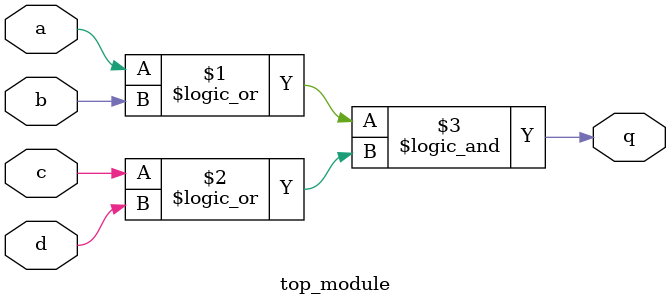
<source format=sv>
module top_module (
	input a, 
	input b, 
	input c, 
	input d,
	output q
);

assign q = (a || b) && (c || d);

endmodule

</source>
